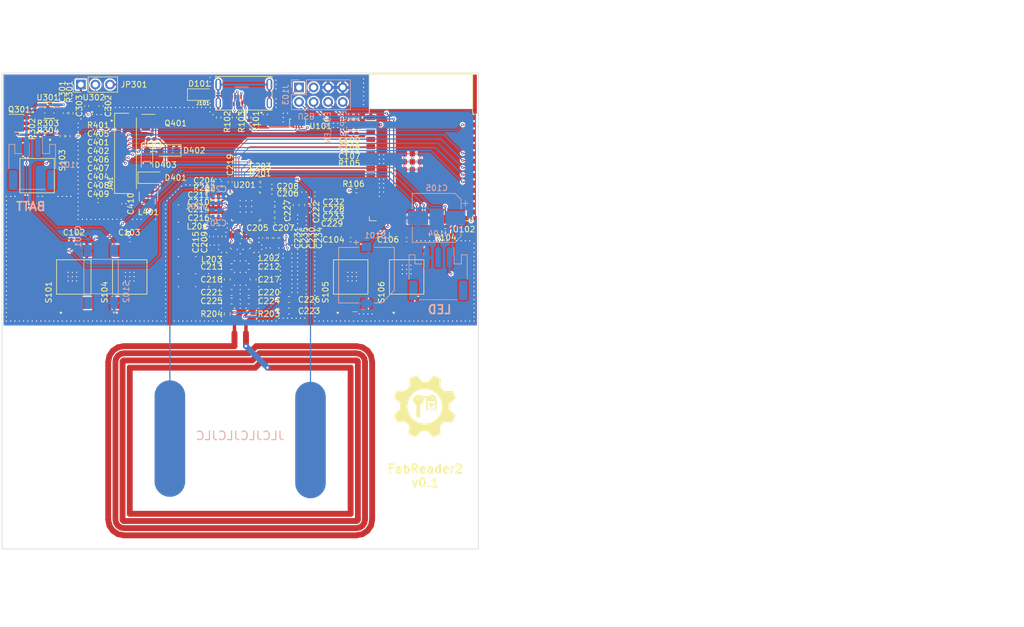
<source format=kicad_pcb>
(kicad_pcb (version 20211014) (generator pcbnew)

  (general
    (thickness 1.59)
  )

  (paper "A4")
  (layers
    (0 "F.Cu" signal)
    (1 "In1.Cu" power)
    (2 "In2.Cu" power)
    (31 "B.Cu" signal)
    (32 "B.Adhes" user "B.Adhesive")
    (33 "F.Adhes" user "F.Adhesive")
    (34 "B.Paste" user)
    (35 "F.Paste" user)
    (36 "B.SilkS" user "B.Silkscreen")
    (37 "F.SilkS" user "F.Silkscreen")
    (38 "B.Mask" user)
    (39 "F.Mask" user)
    (40 "Dwgs.User" user "User.Drawings")
    (41 "Cmts.User" user "User.Comments")
    (42 "Eco1.User" user "User.Eco1")
    (43 "Eco2.User" user "User.Eco2")
    (44 "Edge.Cuts" user)
    (45 "Margin" user)
    (46 "B.CrtYd" user "B.Courtyard")
    (47 "F.CrtYd" user "F.Courtyard")
    (48 "B.Fab" user)
    (49 "F.Fab" user)
    (50 "User.1" user)
    (51 "User.2" user)
    (52 "User.3" user)
    (53 "User.4" user)
    (54 "User.5" user)
    (55 "User.6" user)
    (56 "User.7" user)
    (57 "User.8" user)
    (58 "User.9" user)
  )

  (setup
    (stackup
      (layer "F.SilkS" (type "Top Silk Screen") (color "White"))
      (layer "F.Paste" (type "Top Solder Paste"))
      (layer "F.Mask" (type "Top Solder Mask") (color "Green") (thickness 0.01))
      (layer "F.Cu" (type "copper") (thickness 0.035))
      (layer "dielectric 1" (type "core") (thickness 0.2) (material "FR4") (epsilon_r 4.6) (loss_tangent 0.02))
      (layer "In1.Cu" (type "copper") (thickness 0.0175))
      (layer "dielectric 2" (type "prepreg") (thickness 1.065) (material "FR4") (epsilon_r 4.6) (loss_tangent 0.02))
      (layer "In2.Cu" (type "copper") (thickness 0.0175))
      (layer "dielectric 3" (type "core") (thickness 0.2) (material "FR4") (epsilon_r 4.6) (loss_tangent 0.02))
      (layer "B.Cu" (type "copper") (thickness 0.035))
      (layer "B.Mask" (type "Bottom Solder Mask") (color "Green") (thickness 0.01))
      (layer "B.Paste" (type "Bottom Solder Paste"))
      (layer "B.SilkS" (type "Bottom Silk Screen") (color "White"))
      (copper_finish "ENIG")
      (dielectric_constraints yes)
    )
    (pad_to_mask_clearance 0.05)
    (solder_mask_min_width 0.2)
    (pcbplotparams
      (layerselection 0x00010fc_ffffffff)
      (disableapertmacros false)
      (usegerberextensions true)
      (usegerberattributes true)
      (usegerberadvancedattributes true)
      (creategerberjobfile true)
      (svguseinch false)
      (svgprecision 6)
      (excludeedgelayer true)
      (plotframeref false)
      (viasonmask false)
      (mode 1)
      (useauxorigin false)
      (hpglpennumber 1)
      (hpglpenspeed 20)
      (hpglpendiameter 15.000000)
      (dxfpolygonmode true)
      (dxfimperialunits true)
      (dxfusepcbnewfont true)
      (psnegative false)
      (psa4output false)
      (plotreference true)
      (plotvalue false)
      (plotinvisibletext false)
      (sketchpadsonfab false)
      (subtractmaskfromsilk true)
      (outputformat 1)
      (mirror false)
      (drillshape 0)
      (scaleselection 1)
      (outputdirectory "out/")
    )
  )

  (net 0 "")
  (net 1 "Net-(AE202-Pad1)")
  (net 2 "Net-(AE202-Pad2)")
  (net 3 "GND")
  (net 4 "+3V3")
  (net 5 "Net-(C404-Pad2)")
  (net 6 "Net-(C405-Pad2)")
  (net 7 "Net-(C406-Pad2)")
  (net 8 "Net-(C407-Pad2)")
  (net 9 "Net-(C408-Pad2)")
  (net 10 "Net-(C409-Pad2)")
  (net 11 "+5V")
  (net 12 "USB_VBUS")
  (net 13 "MISO")
  (net 14 "MOSI")
  (net 15 "Net-(C209-Pad1)")
  (net 16 "Net-(C210-Pad1)")
  (net 17 "USB_D+")
  (net 18 "USB_D-")
  (net 19 "LED_DATA")
  (net 20 "+BATT")
  (net 21 "-BATT")
  (net 22 "SCLK")
  (net 23 "Net-(J401-Pad1)")
  (net 24 "unconnected-(J401-Pad6)")
  (net 25 "unconnected-(J401-Pad7)")
  (net 26 "DISP_BS")
  (net 27 "DISP_BUSY_N")
  (net 28 "DISP_RST")
  (net 29 "DISP_DC")
  (net 30 "DISP_SS_N")
  (net 31 "NFC_SS_N")
  (net 32 "NFC_IRQ")
  (net 33 "unconnected-(J401-Pad19)")
  (net 34 "BUZZER")
  (net 35 "unconnected-(Q301-Pad1)")
  (net 36 "Net-(Q301-Pad4)")
  (net 37 "Net-(Q301-Pad5)")
  (net 38 "unconnected-(S101-Pad2)")
  (net 39 "unconnected-(S101-Pad1)")
  (net 40 "SW1")
  (net 41 "unconnected-(S102-Pad2)")
  (net 42 "Net-(C410-Pad1)")
  (net 43 "SW5")
  (net 44 "unconnected-(J101-PadA2)")
  (net 45 "unconnected-(J101-PadA3)")
  (net 46 "unconnected-(S104-Pad2)")
  (net 47 "unconnected-(S104-Pad1)")
  (net 48 "SW2")
  (net 49 "unconnected-(S105-Pad2)")
  (net 50 "Net-(J101-PadA5)")
  (net 51 "SW3")
  (net 52 "unconnected-(J101-PadA8)")
  (net 53 "unconnected-(J101-PadA10)")
  (net 54 "SW4")
  (net 55 "ESP_EN")
  (net 56 "ESP_BOOT")
  (net 57 "unconnected-(J101-PadA11)")
  (net 58 "ESP_D-")
  (net 59 "ESP_D+")
  (net 60 "unconnected-(J101-PadB2)")
  (net 61 "SENSE_BAT")
  (net 62 "Net-(C212-Pad1)")
  (net 63 "/NFC/RFO1")
  (net 64 "/NFC/RFO2")
  (net 65 "/NFC/TRIM1_3")
  (net 66 "/NFC/TRIM2_3")
  (net 67 "/NFC/TRIM1_2")
  (net 68 "/NFC/TRIM2_2")
  (net 69 "Net-(R201-Pad2)")
  (net 70 "unconnected-(U201-Pad28)")
  (net 71 "Net-(R202-Pad2)")
  (net 72 "Net-(C213-Pad2)")
  (net 73 "Net-(C202-Pad2)")
  (net 74 "Net-(C201-Pad2)")
  (net 75 "/NFC/TRIM1_1")
  (net 76 "/NFC/TRIM2_1")
  (net 77 "/NFC/TRIM1_0")
  (net 78 "/NFC/TRIM2_0")
  (net 79 "/NFC/RFI1")
  (net 80 "/NFC/RFI2")
  (net 81 "Net-(C214-Pad1)")
  (net 82 "Net-(R302-Pad1)")
  (net 83 "unconnected-(U301-Pad4)")
  (net 84 "Net-(C301-Pad1)")
  (net 85 "Net-(AE201-Pad1)")
  (net 86 "Net-(AE201-Pad2)")
  (net 87 "Net-(C205-Pad1)")
  (net 88 "Net-(C206-Pad2)")
  (net 89 "TRIM1")
  (net 90 "TRIM2")
  (net 91 "Net-(C403-Pad1)")
  (net 92 "Net-(C403-Pad2)")
  (net 93 "unconnected-(J401-Pad4)")
  (net 94 "Net-(J401-Pad3)")
  (net 95 "unconnected-(J101-PadB3)")
  (net 96 "Net-(J101-PadB5)")
  (net 97 "unconnected-(J101-PadB8)")
  (net 98 "unconnected-(J101-PadB10)")
  (net 99 "unconnected-(J101-PadB11)")
  (net 100 "Net-(J101-PadS1)")
  (net 101 "Net-(J104-Pad2)")
  (net 102 "D+")
  (net 103 "D-")
  (net 104 "Net-(R106-Pad2)")
  (net 105 "Net-(S102-Pad3)")
  (net 106 "unconnected-(S103-Pad3)")
  (net 107 "unconnected-(S103-Pad4)")
  (net 108 "unconnected-(S105-Pad1)")
  (net 109 "unconnected-(S106-Pad1)")
  (net 110 "unconnected-(S106-Pad2)")
  (net 111 "unconnected-(U102-Pad9)")
  (net 112 "unconnected-(U102-Pad10)")
  (net 113 "unconnected-(U102-Pad12)")
  (net 114 "unconnected-(U102-Pad15)")
  (net 115 "unconnected-(U102-Pad17)")
  (net 116 "unconnected-(U102-Pad18)")
  (net 117 "unconnected-(U102-Pad19)")
  (net 118 "unconnected-(U102-Pad26)")
  (net 119 "unconnected-(U102-Pad28)")
  (net 120 "unconnected-(U102-Pad29)")
  (net 121 "unconnected-(U102-Pad30)")
  (net 122 "Net-(C302-Pad1)")
  (net 123 "unconnected-(U102-Pad38)")
  (net 124 "unconnected-(U101-Pad4)")
  (net 125 "unconnected-(U102-Pad36)")
  (net 126 "unconnected-(U102-Pad37)")

  (footprint "Capacitor_SMD:C_0402_1005Metric" (layer "F.Cu") (at 46.75 43.25))

  (footprint "Capacitor_SMD:C_0402_1005Metric" (layer "F.Cu") (at 77.52 52.75))

  (footprint "Resistor_SMD:R_0603_1608Metric" (layer "F.Cu") (at 73.75 69 -90))

  (footprint "Capacitor_SMD:C_0603_1608Metric" (layer "F.Cu") (at 73 66.75 180))

  (footprint "Capacitor_SMD:C_0402_1005Metric" (layer "F.Cu") (at 68 55.5 -90))

  (footprint "FH34SRJ-24S-0:HRS_FH34SRJ-24S-0.5SH(99)" (layer "F.Cu") (at 51.5 41 90))

  (footprint "Package_TO_SOT_SMD:SOT-23-6" (layer "F.Cu") (at 33 35.75))

  (footprint "Capacitor_SMD:C_0402_1005Metric" (layer "F.Cu") (at 71.75 55.5))

  (footprint "NCP167BMX330TBG:REG_NCP167BMX330TBG" (layer "F.Cu") (at 46 32.75 90))

  (footprint "Resistor_SMD:R_0402_1005Metric" (layer "F.Cu") (at 35.25 33.5 180))

  (footprint "Resistor_SMD:R_0402_1005Metric" (layer "F.Cu") (at 67.75 34.75 -90))

  (footprint "ST25R3911B-AQFT:QFN50P500X500X100-33N" (layer "F.Cu") (at 72.5 50.25))

  (footprint "Resistor_SMD:R_0402_1005Metric" (layer "F.Cu") (at 46.75 37.25))

  (footprint "Capacitor_SMD:C_0402_1005Metric" (layer "F.Cu") (at 75 45.5 180))

  (footprint "Capacitor_SMD:C_0402_1005Metric" (layer "F.Cu") (at 66.75 51.77 90))

  (footprint "Capacitor_SMD:C_0402_1005Metric" (layer "F.Cu") (at 77.02 46.75 180))

  (footprint "Capacitor_SMD:C_0402_1005Metric" (layer "F.Cu") (at 66.75 49.25 -90))

  (footprint "Capacitor_SMD:C_0402_1005Metric" (layer "F.Cu") (at 56 38.5 180))

  (footprint "Diode_SMD:D_SOD-123F" (layer "F.Cu") (at 59 40.5 180))

  (footprint "Diode_SMD:D_SOD-123F" (layer "F.Cu") (at 55.9 45.25))

  (footprint "Antenna:Antenna_NFC" (layer "F.Cu") (at 71 91 -90))

  (footprint "Capacitor_SMD:C_0402_1005Metric" (layer "F.Cu") (at 75.75 55.75 -90))

  (footprint "Resistor_SMD:R_0402_1005Metric" (layer "F.Cu") (at 75 46.5 180))

  (footprint "Resistor_SMD:R_0402_1005Metric" (layer "F.Cu") (at 91.75 37 90))

  (footprint "Capacitor_SMD:C_0402_1005Metric" (layer "F.Cu") (at 90.75 56.05 180))

  (footprint "Capacitor_SMD:C_0402_1005Metric" (layer "F.Cu") (at 90.75 37 -90))

  (footprint "Capacitor_SMD:C_0603_1608Metric" (layer "F.Cu") (at 73.75 63 -90))

  (footprint "Capacitor_SMD:C_0402_1005Metric" (layer "F.Cu") (at 78.75 55.75 -90))

  (footprint "Capacitor_SMD:C_0402_1005Metric" (layer "F.Cu") (at 41.01 33.98 -90))

  (footprint "Capacitor_SMD:C_0402_1005Metric" (layer "F.Cu") (at 76.75 55.75 -90))

  (footprint "Connector_PinHeader_2.54mm:PinHeader_1x03_P2.54mm_Vertical" (layer "F.Cu") (at 43.725 29 90))

  (footprint "Capacitor_SMD:C_0402_1005Metric" (layer "F.Cu") (at 100.5 56.05 180))

  (footprint "Capacitor_SMD:C_0402_1005Metric" (layer "F.Cu") (at 42.52 56.05 180))

  (footprint "Resistor_SMD:R_0402_1005Metric" (layer "F.Cu") (at 68.26 47.245))

  (footprint "Inductor_SMD:L_0603_1608Metric" (layer "F.Cu") (at 73.556847 57.943153 -135))

  (footprint "Resistor_SMD:R_0402_1005Metric" (layer "F.Cu") (at 91.75 47.5))

  (footprint "TS04-66-95-BK-260-SMT:SW_TS04-66-95-BK-260-SMT" (layer "F.Cu") (at 36.1 44.8875 -90))

  (footprint "Resistor_SMD:R_0402_1005Metric" (layer "F.Cu") (at 41.5 38 90))

  (footprint "ESP32-S3-WROOM-1-N16R2:XCVR_ESP32-S3-WROOM-1-N16R2" (layer "F.Cu") (at 103 40))

  (footprint "Capacitor_SMD:C_0603_1608Metric" (layer "F.Cu") (at 70 60.75 180))

  (footprint "Capacitor_SMD:C_0402_1005Metric" (layer "F.Cu") (at 91.75 35 90))

  (footprint "TS04-66-95-BK-260-SMT:SW_TS04-66-95-BK-260-SMT" (layer "F.Cu")
    (tedit 6269D6C4) (tstamp 7a72b388-eff4-4f46-8adf-29b013c7e6a5)
    (at 52.25 62.55 90)
    (property "MANUFACTURER" "CUI Devices")
    (property "MPN" "TS04-66-95-BK-260-SMT")
    (property "PARTREV" "1.0")
    (property "STANDARD" "Manufacturer Recommendations")
    (property "Sheetfile" "FabReader2.kicad_sch")
    (property "Sheetname" "")
    (path "/7ffee4a0-56be-409a-8e02-0ce34a6d1064")
    (attr through_hole)
    (fp_text reference "S104" (at -2.675 -4.385 90) (layer "F.SilkS")
      (effects (font (size 1 1) (thickness 0.15)))
      (tstamp 65719625-2743-4c90-b51c-17da9c6c2922)
    )
    (fp_text value "TS04-66-95-BK-260-SMT" (at 9.39 4.385 90) (layer "F.Fab")
      (effects (font (size 1 1) (thickness 0.15)))
      (tstamp 3e19d696-bfa4-477f-b131-d4ce391a00a9)
    )
    (fp_line (start -3 3) (end 3 3) (layer "F.SilkS") (width 0.127) (tstamp 0e8b42a5-7ba4-476d-b308-15a89fda6b17))
    (fp_line (start -3 -3) (end -3 3) (layer "F.SilkS") (width 0.127) (tstamp 67bb0e75-f26f-45ff-8769-cc9c78548d27))
    (fp_line (start 3 3) (end 3 -3) (layer "F.SilkS") (width 0.127) (tstamp 8a4f3c
... [2145984 chars truncated]
</source>
